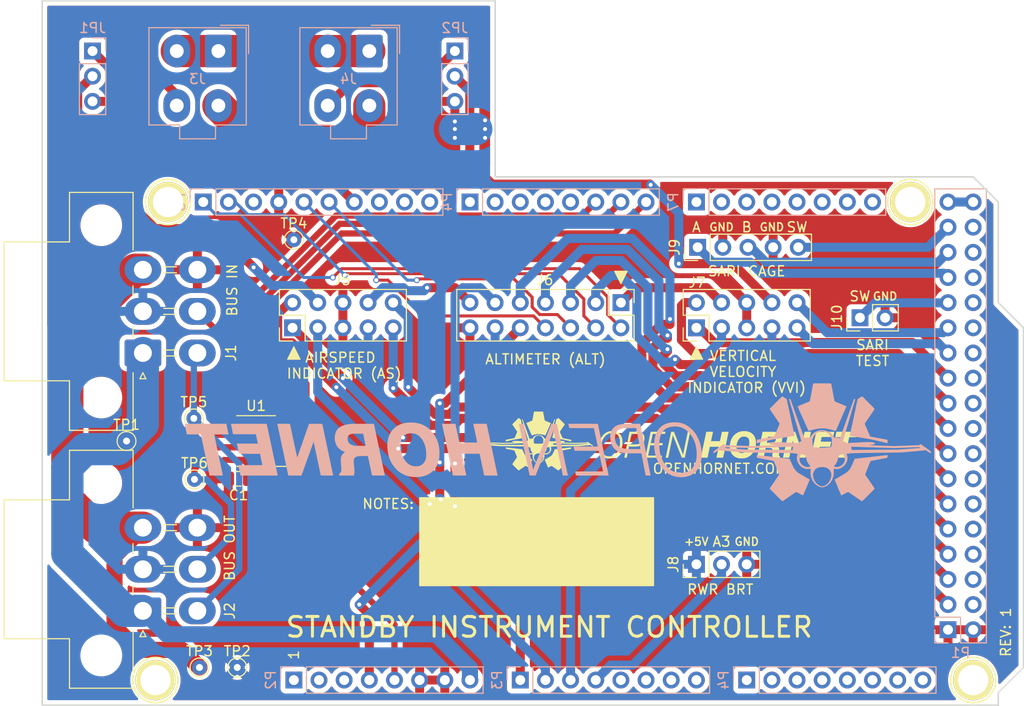
<source format=kicad_pcb>
(kicad_pcb (version 20211014) (generator pcbnew)
  (title_block (date "mar. 31 mars 2015"))
  (layers (0 "F.Cu" signal) (31 "B.Cu" signal) (34 "B.Paste" user) (35 "F.Paste" user) (36 "B.SilkS" user "B.Silkscreen") (37 "F.SilkS" user "F.Silkscreen") (38 "B.Mask" user) (39 "F.Mask" user) (44 "Edge.Cuts" user))
  (net 0 "")
  (net 1 "GND")
  (net 2 "+5V")
  (net 3 "+3V3")
  (net 4 "+5VD")
  (net 5 "/+12V_SUPPLY")
  (net 6 "/+5V_SUPPLY")
  (net 7 "/+3.3V_SUPPLY")
  (net 8 "/52(SCK)")
  (net 9 "/53(SS)")
  (net 10 "/50(MISO)")
  (net 11 "/51(MOSI)")
  (net 12 "/48")
  (net 13 "/49")
  (net 14 "/46")
  (net 15 "/47")
  (net 16 "/44")
  (net 17 "/45")
  (net 18 "/42")
  (net 19 "/43")
  (net 20 "/40")
  (net 21 "/41")
  (net 22 "/38")
  (net 23 "/39")
  (net 24 "/36")
  (net 25 "/37")
  (net 26 "/34")
  (net 27 "/35")
  (net 28 "/32")
  (net 29 "/33")
  (net 30 "/30")
  (net 31 "/31")
  (net 32 "/28")
  (net 33 "/29")
  (net 34 "/26")
  (net 35 "/27")
  (net 36 "/24")
  (net 37 "/25")
  (net 38 "/22")
  (net 39 "/23")
  (net 40 "/Reset")
  (net 41 "/IOREF")
  (net 42 "Net-(P2-Pad1)")
  (net 43 "/A0")
  (net 44 "/A1")
  (net 45 "/A2")
  (net 46 "/A3")
  (net 47 "/A4")
  (net 48 "/A5")
  (net 49 "/A6")
  (net 50 "/A7")
  (net 51 "/A8")
  (net 52 "/A9")
  (net 53 "/A10")
  (net 54 "/A11")
  (net 55 "/A12")
  (net 56 "/A13")
  (net 57 "/A14")
  (net 58 "/A15")
  (net 59 "/SCL")
  (net 60 "/SDA")
  (net 61 "/AREF")
  (net 62 "/13(**)")
  (net 63 "/12(**)")
  (net 64 "/11(**)")
  (net 65 "/10(**)")
  (net 66 "/9(**)")
  (net 67 "/8(**)")
  (net 68 "/7(**)")
  (net 69 "/6(**)")
  (net 70 "/5(**)")
  (net 71 "/4(**)")
  (net 72 "/3(**)")
  (net 73 "/2(**)")
  (net 74 "/1(Tx0)")
  (net 75 "/0(Rx0)")
  (net 76 "/14(Tx3)")
  (net 77 "/15(Rx3)")
  (net 78 "/16(Tx2)")
  (net 79 "/17(Rx2)")
  (net 80 "/18(Tx1)")
  (net 81 "/19(Rx1)")
  (net 82 "/20(SDA)")
  (net 83 "/21(SCL)")
  (net 84 "/BUS-A")
  (net 85 "/BUS-B")
  (net 86 "/LED_DOUT1")
  (net 87 "/LED_DIN")
  (net 88 "/LED_DOUT2")
  (net 89 "/LED_DOUT")
  (net 90 "/DATAIN")
  (net 91 "/DATAOUT")
  (net 92 "/LEDGND")
  (net 93 "/LED+5V")
  (footprint "Socket_Arduino_Mega:Arduino_1pin" (layer "F.Cu") (at 117.348 119.126)
    (fp_text reference "MK1" hide)
    (fp_text value "MH" hide)
  )
  (footprint "Socket_Arduino_Mega:Arduino_1pin" (layer "F.Cu") (at 199.898 119.126)
    (fp_text reference "MK3" hide)
    (fp_text value "MH" hide)
  )
  (footprint "Socket_Arduino_Mega:Arduino_1pin" (layer "F.Cu") (at 118.618 70.866)
    (fp_text reference "MK4" hide)
    (fp_text value "MH" hide)
  )
  (footprint "Socket_Arduino_Mega:Arduino_1pin" (layer "F.Cu") (at 193.548 70.866)
    (fp_text reference "MK4" hide)
    (fp_text value "MH" hide)
  )
  (footprint "OH_Footprints:C_0805_2012Metric_Pad1.18x1.45mm_HandSolder" (layer "F.Cu") (at 125.73 98.806 180)
    (fp_text reference "C1")
    (fp_text value "0.1uF")
  )
  (footprint "OH_Footprints:Molex_Mini-Fit_Jr_5569-06A1_2x03_P4.20mm_Horizontal" (layer "F.Cu") (at 116.078 86.106 90)
    (fp_text reference "J1")
    (fp_text value "BUS IN")
  )
  (footprint "OH_Footprints:Molex_Mini-Fit_Jr_5569-06A1_2x03_P4.20mm_Horizontal" (layer "F.Cu") (at 116.078 112.141 90)
    (fp_text reference "J2")
    (fp_text value "BUS OUT")
  )
  (footprint "TestPoint:TestPoint_THTPad_D1.5mm_Drill0.7mm" (layer "F.Cu") (at 125.603 117.856)
    (fp_text reference "TP2")
    (fp_text value "TP-5V")
  )
  (footprint "TestPoint:TestPoint_THTPad_D1.5mm_Drill0.7mm" (layer "F.Cu") (at 121.793 117.856)
    (fp_text reference "TP3")
    (fp_text value "TP-3.3V")
  )
  (footprint "TestPoint:TestPoint_THTPad_D1.5mm_Drill0.7mm" (layer "F.Cu") (at 131.318 74.676)
    (fp_text reference "TP4")
    (fp_text value "TP-GND")
  )
  (footprint "TestPoint:TestPoint_THTPad_D1.5mm_Drill0.7mm" (layer "F.Cu") (at 121.2215 92.71)
    (fp_text reference "TP5")
    (fp_text value "TP-A")
  )
  (footprint "TestPoint:TestPoint_THTPad_D1.5mm_Drill0.7mm" (layer "F.Cu") (at 121.285 98.8695)
    (fp_text reference "TP6")
    (fp_text value "TP-B")
  )
  (footprint "Package_SO:SOIC-8_3.9x4.9mm_P1.27mm" (layer "F.Cu") (at 127.508 94.996 180)
    (fp_text reference "U1")
    (fp_text value "MAX487EESA+T")
  )
  (footprint "TestPoint:TestPoint_THTPad_D1.5mm_Drill0.7mm" (layer "F.Cu") (at 114.427 94.996)
    (fp_text reference "TP1")
    (fp_text value "TP-12")
  )
  (footprint "KiCAD_Libraries:OH_LOGO_37.7mm_5.9mm" (layer "F.Cu") (at 169.3545 94.996)
    (fp_text reference "G***" hide)
    (fp_text value "LOGO" hide)
  )
  (footprint "Connector_PinHeader_2.54mm:PinHeader_2x05_P2.54mm_Vertical" (layer "F.Cu") (at 131.191 83.566 90)
    (fp_text reference "J5")
    (fp_text value "AIRSPEED")
  )
  (footprint "Connector_PinHeader_2.54mm:PinHeader_2x07_P2.54mm_Vertical" (layer "F.Cu") (at 164.338 81.026 -90)
    (fp_text reference "J6")
    (fp_text value "ALTIMETER")
  )
  (footprint "Connector_PinHeader_2.54mm:PinHeader_2x05_P2.54mm_Vertical" (layer "F.Cu") (at 171.958 83.566 90)
    (fp_text reference "J7")
    (fp_text value "VVI")
  )
  (footprint "Connector_PinHeader_2.54mm:PinHeader_1x03_P2.54mm_Vertical" (layer "F.Cu") (at 171.958 107.442 90)
    (fp_text reference "J8")
    (fp_text value "RWR_BRT")
  )
  (footprint "Connector_PinHeader_2.54mm:PinHeader_1x05_P2.54mm_Vertical" (layer "F.Cu") (at 172.085 75.438 90)
    (fp_text reference "J9")
    (fp_text value "SARI_CAGE")
  )
  (footprint "Connector_PinHeader_2.54mm:PinHeader_1x02_P2.54mm_Vertical" (layer "F.Cu") (at 188.468 82.55 90)
    (fp_text reference "J10")
    (fp_text value "SARI_TEST")
  )
  (footprint "Connector_PinHeader_2.54mm:PinHeader_2x18_P2.54mm_Vertical" (layer "B.Cu") (at 197.358 114.046)
    (fp_text reference "P1")
    (fp_text value "Digital")
  )
  (footprint "Connector_PinHeader_2.54mm:PinHeader_1x08_P2.54mm_Vertical" (layer "B.Cu") (at 131.318 119.126 -90)
    (fp_text reference "P2")
    (fp_text value "Power")
  )
  (footprint "Connector_PinHeader_2.54mm:PinHeader_1x08_P2.54mm_Vertical" (layer "B.Cu") (at 154.178 119.126 -90)
    (fp_text reference "P3")
    (fp_text value "Analog")
  )
  (footprint "Connector_PinHeader_2.54mm:PinHeader_1x08_P2.54mm_Vertical" (layer "B.Cu") (at 177.038 119.126 -90)
    (fp_text reference "P4")
    (fp_text value "Analog")
  )
  (footprint "Connector_PinHeader_2.54mm:PinHeader_1x10_P2.54mm_Vertical" (layer "B.Cu") (at 122.174 70.866 -90)
    (fp_text reference "P5")
    (fp_text value "PWM")
  )
  (footprint "Connector_PinHeader_2.54mm:PinHeader_1x08_P2.54mm_Vertical" (layer "B.Cu") (at 149.098 70.866 -90)
    (fp_text reference "P4")
    (fp_text value "PWM")
  )
  (footprint "Connector_PinHeader_2.54mm:PinHeader_1x08_P2.54mm_Vertical" (layer "B.Cu") (at 171.958 70.866 -90)
    (fp_text reference "P7")
    (fp_text value "Communication")
  )
  (footprint "KiCAD_Libraries:OH_LOGO_75.4mm_11.9mm" (layer "B.Cu") (at 157.988 95.123 180)
    (fp_text reference "G***" hide)
    (fp_text value "LOGO" hide)
  )
  (footprint "OH_Footprints:Molex_Mini-Fit_Jr_5566-04A_2x02_P4.20mm_Vertical" (layer "B.Cu") (at 123.698 55.626 180)
    (fp_text reference "J3")
    (fp_text value "BL IN")
  )
  (footprint "OH_Footprints:Molex_Mini-Fit_Jr_5566-04A_2x02_P4.20mm_Vertical" (layer "B.Cu") (at 138.938 55.626 180)
    (fp_text reference "J4")
    (fp_text value "BL OUT")
  )
  (footprint "Connector_PinHeader_2.54mm:PinHeader_1x03_P2.54mm_Vertical" (layer "B.Cu") (at 110.998 55.626 180)
    (fp_text reference "JP1")
    (fp_text value "BL_DIN_SEL")
  )
  (footprint "Connector_PinHeader_2.54mm:PinHeader_1x03_P2.54mm_Vertical" (layer "B.Cu") (at 147.574 55.626 180)
    (fp_text reference "JP2")
    (fp_text value "BL_DOUT_SEL")
  )
  (gr_poly (pts (xy 131.953 86.741) (xy 130.683 86.741) (xy 131.318 85.471)) (layer "F.SilkS") (width 0.1) (fill solid))
  (gr_poly (pts (xy 172.593 86.741) (xy 171.323 86.741) (xy 171.958 85.471)) (layer "F.SilkS") (width 0.1) (fill solid))
  (gr_poly (pts (xy 164.338 79.121) (xy 163.703 77.851) (xy 164.973 77.851)) (layer "F.SilkS") (width 0.1) (fill solid))
  (gr_poly (pts (xy 144.018 100.711) (xy 167.64 100.711) (xy 167.64 109.601) (xy 144.018 109.601)) (layer "F.SilkS") (width 0.1) (fill solid))
  (gr_line (start 105.918 121.666) (end 202.438 121.666) (layer "Edge.Cuts") (width 0.15))
  (gr_line (start 105.918 50.546) (end 105.918 68.326) (layer "Edge.Cuts") (width 0.15))
  (gr_line (start 202.438 81.026) (end 204.978 83.566) (layer "Edge.Cuts") (width 0.15))
  (gr_line (start 151.638 68.326) (end 151.638 50.546) (layer "Edge.Cuts") (width 0.15))
  (gr_line (start 151.638 50.546) (end 105.918 50.546) (layer "Edge.Cuts") (width 0.15))
  (gr_line (start 204.978 117.856) (end 202.438 120.396) (layer "Edge.Cuts") (width 0.15))
  (gr_line (start 199.898 68.326) (end 151.638 68.326) (layer "Edge.Cuts") (width 0.15))
  (gr_line (start 199.898 68.326) (end 202.438 70.866) (layer "Edge.Cuts") (width 0.15))
  (gr_line (start 105.918 121.666) (end 105.918 68.326) (layer "Edge.Cuts") (width 0.15))
  (gr_line (start 202.438 120.396) (end 202.438 121.666) (layer "Edge.Cuts") (width 0.15))
  (gr_line (start 202.438 70.866) (end 202.438 81.026) (layer "Edge.Cuts") (width 0.15))
  (gr_line (start 204.978 83.566) (end 204.978 117.856) (layer "Edge.Cuts") (width 0.15))
  (gr_text "GND" (at 179.578 73.406) (layer "F.SilkS") (effects (font (size 0.8 0.8))))
  (gr_text "SW" (at 182.118 73.406) (layer "F.SilkS") (effects (font (size 1 1))))
  (gr_text "ALTIMETER (ALT)" (at 156.718 86.741) (layer "F.SilkS") (effects (font (size 1 1))))
  (gr_text "AIRSPEED \nINDICATOR (AS)" (at 136.398 87.376) (layer "F.SilkS") (effects (font (size 1 1))))
  (gr_text "GND" (at 191.008 80.391) (layer "F.SilkS") (effects (font (size 0.8 0.8))))
  (gr_text "NOTES:" (at 140.843 101.346) (layer "F.SilkS") (effects (font (size 1 1))))
  (gr_text "B" (at 177.038 73.406) (layer "F.SilkS") (effects (font (size 1 1))))
  (gr_text "A" (at 171.958 73.406) (layer "F.SilkS") (effects (font (size 1 1))))
  (gr_text "A3" (at 174.498 105.156) (layer "F.SilkS") (effects (font (size 1 1))))
  (gr_text "STANDBY INSTRUMENT CONTROLLER" (at 157.099 113.792) (layer "F.SilkS") (effects (font (size 2 2) (thickness 0.3))))
  (gr_text "RWR BRT" (at 174.371 109.982) (layer "F.SilkS") (effects (font (size 1 1))))
  (gr_text "SARI CAGE" (at 177.038 77.851) (layer "F.SilkS") (effects (font (size 1 1))))
  (gr_text "REV: 1" (at 203.2 114.3 90) (layer "F.SilkS") (effects (font (size 1 1))))
  (gr_text "+5V" (at 171.958 105.156) (layer "F.SilkS") (effects (font (size 0.8 0.8))))
  (gr_text "GND" (at 177.038 105.156) (layer "F.SilkS") (effects (font (size 0.8 0.8))))
  (gr_text "1" (at 131.318 116.586 90) (layer "F.SilkS") (effects (font (size 1 1))))
  (gr_text "VERTICAL \nVELOCITY \nINDICATOR (VVI)" (at 177.038 88.011) (layer "F.SilkS") (effects (font (size 1 1))))
  (gr_text "OPENHORNET.COM" (at 174.3075 97.79) (layer "F.SilkS") (effects (font (size 1 1))))
  (gr_text "SARI\nTEST" (at 189.738 86.106) (layer "F.SilkS") (effects (font (size 1 1))))
  (gr_text "GND" (at 174.498 73.406) (layer "F.SilkS") (effects (font (size 0.8 0.8))))
  (gr_text "SW" (at 188.468 80.391) (layer "F.SilkS") (effects (font (size 1 1))))
  (segment (start 177.038 81.026) (end 175.514 79.502) (width 0.9144) (layer "F.Cu") (net 1))
  (via (at 147.574 64.389) (size 0.6) (drill 0.4) (layers "F.Cu" "B.Cu") (net 1))
  (via (at 150.622 64.389) (size 0.6) (drill 0.4) (layers "F.Cu" "B.Cu") (net 1))
  (via (at 150.622 63.5) (size 0.6) (drill 0.4) (layers "F.Cu" "B.Cu") (net 1))
  (via (at 147.574 63.5) (size 0.6) (drill 0.4) (layers "F.Cu" "B.Cu") (net 1))
  (via (at 147.574 62.738) (size 0.6) (drill 0.4) (layers "F.Cu" "B.Cu") (net 1))
  (via (at 150.622 62.611) (size 0.6) (drill 0.4) (layers "F.Cu" "B.Cu") (net 1))
  (segment (start 147.574 63.5) (end 149.73739 63.5) (width 3.2512) (layer "B.Cu") (net 1))
  (segment (start 141.478 113.529) (end 126.755 98.806) (width 0.635) (layer "F.Cu") (net 2))
  (segment (start 141.478 119.126) (end 141.478 113.529) (width 0.635) (layer "F.Cu") (net 2))
  (segment (start 126.755 98.806) (end 126.755 97.418) (width 0.635) (layer "F.Cu") (net 2))
  (segment (start 126.238 96.901) (end 125.033 96.901) (width 0.635) (layer "F.Cu") (net 2))
  (segment (start 126.755 97.418) (end 126.238 96.901) (width 0.635) (layer "F.Cu") (net 2))
  (segment (start 138.938 119.126) (end 138.938 112.522) (width 0.9144) (layer "F.Cu") (net 3))
  (segment (start 138.938 112.522) (end 137.922 111.506) (width 0.9144) (layer "F.Cu") (net 3))
  (segment (start 146.05 91.186) (end 146.558 91.186) (width 0.9144) (layer "F.Cu") (net 3))
  (segment (start 146.05 100.785988) (end 146.05 97.155) (width 0.9144) (layer "F.Cu") (net 3))
  (segment (start 146.558 91.186) (end 154.178 83.566) (width 0.9144) (layer "F.Cu") (net 3))
  (via (at 146.148408 100.884396) (size 0.6) (drill 0.4) (layers "F.Cu" "B.Cu") (net 3))
  (via (at 146.05 97.155) (size 0.6) (drill 0.4) (layers "F.Cu" "B.Cu") (net 3))
  (via (at 146.05 91.186) (size 0.6) (drill 0.4) (layers "F.Cu" "B.Cu") (net 3))
  (via (at 137.922 111.506) (size 0.6) (drill 0.4) (layers "F.Cu" "B.Cu") (net 3))
  (segment (start 146.05 97.155) (end 146.05 91.186) (width 0.9144) (layer "B.Cu") (net 3))
  (segment (start 146.148408 100.884396) (end 146.05 100.785988) (width 0.9144) (layer "B.Cu") (net 3))
  (segment (start 146.148408 103.279592) (end 146.148408 100.884396) (width 0.9144) (layer "B.Cu") (net 3))
  (segment (start 146.148408 100.884396) (end 146.148408 100.884396) (width 0.9144) (layer "B.Cu") (net 3))
  (segment (start 137.922 111.506) (end 146.148408 103.279592) (width 0.9144) (layer "B.Cu") (net 3))
  (segment (start 197.358 70.866) (end 199.898 70.866) (width 0.9144) (layer "B.Cu") (net 4))
  (segment (start 116.078 93.259688) (end 113.522289 95.815399) (width 3.2512) (layer "B.Cu") (net 5))
  (segment (start 145.677891 114.50381) (end 149.098 117.923919) (width 1.6256) (layer "B.Cu") (net 5))
  (segment (start 108.452399 97.596711) (end 108.452399 106.365399) (width 3.2512) (layer "B.Cu") (net 5))
  (segment (start 110.233711 95.815399) (end 108.452399 97.596711) (width 3.2512) (layer "B.Cu") (net 5))
  (segment (start 116.078 86.106) (end 116.078 93.259688) (width 3.2512) (layer "B.Cu") (net 5))
  (segment (start 113.522289 95.815399) (end 110.233711 95.815399) (width 3.2512) (layer "B.Cu") (net 5))
  (segment (start 114.228 112.141) (end 116.078 112.141) (width 3.2512) (layer "B.Cu") (net 5))
  (segment (start 118.44081 114.50381) (end 145.677891 114.50381) (width 1.6256) (layer "B.Cu") (net 5))
  (segment (start 108.452399 106.365399) (end 114.228 112.141) (width 3.2512) (layer "B.Cu") (net 5))
  (segment (start 149.098 117.923919) (end 149.098 119.126) (width 1.6256) (layer "B.Cu") (net 5))
  (segment (start 116.078 112.141) (end 118.44081 114.50381) (width 1.6256) (layer "B.Cu") (net 5))
  (segment (start 116.078 103.741) (end 113.21519 106.60381) (width 1.6256) (layer "F.Cu") (net 7))
  (segment (start 116.078 77.706) (end 115.28701 77.706) (width 3.2512) (layer "F.Cu") (net 7))
  (segment (start 108.452399 84.540611) (end 108.452399 100.885289) (width 3.2512) (layer "F.Cu") (net 7))
  (segment (start 111.30811 103.741) (end 116.078 103.741) (width 3.2512) (layer "F.Cu") (net 7))
  (segment (start 115.28701 77.706) (end 108.452399 84.540611) (width 3.2512) (layer "F.Cu") (net 7))
  (segment (start 113.21519 106.60381) (end 113.21519 113.764072) (width 1.6256) (layer "F.Cu") (net 7))
  (segment (start 108.452399 100.885289) (end 111.30811 103.741) (width 3.2512) (layer "F.Cu") (net 7))
  (segment (start 120.018199 116.081199) (end 121.793 117.856) (width 1.6256) (layer "F.Cu") (net 7))
  (segment (start 113.21519 113.764072) (end 115.532317 116.081199) (width 1.6256) (layer "F.Cu") (net 7))
  (segment (start 115.532317 116.081199) (end 120.018199 116.081199) (width 1.6256) (layer "F.Cu") (net 7))
  (segment (start 141.859 95.758) (end 182.626 95.758) (width 0.9144) (layer "F.Cu") (net 8))
  (segment (start 131.191 81.026) (end 130.848038 81.026) (width 0.9144) (layer "F.Cu") (net 8))
  (segment (start 129.683799 84.941761) (end 129.815239 85.073201) (width 0.9144) (layer "F.Cu") (net 8))
  (segment (start 182.626 95.758) (end 182.626 96.774) (width 0.9144) (layer "F.Cu") (net 8))
  (segment (start 182.626 96.774) (end 197.358 111.506) (width 0.9144) (layer "F.Cu") (net 8))
  (segment (start 141.806985 95.757997) (end 141.858997 95.757997) (width 0.9144) (layer "F.Cu") (net 8))
  (segment (start 129.683799 82.190239) (end 129.683799 84.941761) (width 0.9144) (layer "F.Cu") (net 8))
  (segment (start 141.858997 95.757997) (end 141.859 95.758) (width 0.9144) (layer "F.Cu") (net 8))
  (segment (start 130.848038 81.026) (end 129.683799 82.190239) (width 0.9144) (layer "F.Cu") (net 8))
  (segment (start 131.122189 85.073201) (end 135.609994 89.561006) (width 0.9144) (layer "F.Cu") (net 8))
  (segment (start 141.859 95.758) (end 141.859 95.758) (width 0.9144) (layer "F.Cu") (net 8))
  (segment (start 129.815239 85.073201) (end 131.122189 85.073201) (width 0.9144) (layer "F.Cu") (net 8))
  (via (at 141.859 95.758) (size 0.6) (drill 0.4) (layers "F.Cu" "B.Cu") (net 8))
  (via (at 135.609994 89.561006) (size 0.6) (drill 0.4) (layers "F.Cu" "B.Cu") (net 8))
  (segment (start 135.609994 89.561006) (end 141.806985 95.757997) (width 0.9144) (layer "B.Cu") (net 8))
  (segment (start 142.338411 94.643589) (end 183.087604 94.643589) (width 0.9144) (layer "F.Cu") (net 10))
  (segment (start 183.087604 94.643589) (end 197.358 108.913985) (width 0.9144) (layer "F.Cu") (net 10))
  (segment (start 142.268589 94.643589) (end 142.338411 94.643589) (width 0.9144) (layer "F.Cu") (net 10))
  (segment (start 197.358 108.913985) (end 197.358 108.966) (width 0.9144) (layer "F.Cu") (net 10))
  (segment (start 131.191 83.566) (end 136.271 88.646) (width 0.9144) (layer "F.Cu") (net 10))
  (via (at 142.338411 94.643589) (size 0.6) (drill 0.4) (layers "F.Cu" "B.Cu") (net 10))
  (via (at 136.271 88.646) (size 0.6) (drill 0.4) (layers "F.Cu" "B.Cu") (net 10))
  (segment (start 136.271 88.646) (end 142.268589 94.643589) (width 0.9144) (layer "B.Cu") (net 10))
  (segment (start 141.351 89.662) (end 145.10382 93.41482) (width 0.9144) (layer "F.Cu") (net 12))
  (segment (start 167.887936 92.71) (end 168.05201 92.874074) (width 0.9144) (layer "F.Cu") (net 12))
  (segment (start 183.806074 92.874074) (end 197.358 106.426) (width 0.9144) (layer "F.Cu") (net 12))
  (segment (start 148.186026 92.71) (end 167.887936 92.71) (width 0.9144) (layer "F.Cu") (net 12))
  (segment (start 147.481206 93.41482) (end 148.186026 92.71) (width 0.9144) (layer "F.Cu") (net 12))
  (segment (start 141.351 89.662) (end 141.351 89.662) (width 0.9144) (layer "F.Cu") (net 12))
  (segment (start 168.05201 92.874074) (end 183.806074 92.874074) (width 0.9144) (layer "F.Cu") (net 12))
  (segment (start 145.10382 93.41482) (end 147.481206 93.41482) (width 0.9144) (layer "F.Cu") (net 12))
  (via (at 141.351 89.662) (size 0.6) (drill 0.4) (layers "F.Cu" "B.Cu") (net 12))
  (segment (start 141.351 83.566) (end 141.351 89.662) (width 0.9144) (layer "B.Cu") (net 12))
  (segment (start 142.858201 89.551799) (end 142.858201 89.570214) (width 0.9144) (layer "F.Cu") (net 14))
  (segment (start 168.320949 91.567) (end 168.51361 91.759661) (width 0.9144) (layer "F.Cu") (net 14))
  (segment (start 147.753012 91.567) (end 168.320949 91.567) (width 0.9144) (layer "F.Cu") (net 14))
  (segment (start 145.588397 92.30041) (end 147.019603 92.30041) (width 0.9144) (layer "F.Cu") (net 14))
  (segment (start 142.858201 89.570214) (end 145.588397 92.30041) (width 0.9144) (layer "F.Cu") (net 14))
  (segment (start 171.004922 91.759664) (end 185.231664 91.759664) (width 0.9144) (layer "F.Cu") (net 14))
  (segment (start 185.231664 91.759664) (end 197.358 103.886) (width 0.9144) (layer "F.Cu") (net 14))
  (segment (start 168.51361 91.759661) (end 171.004919 91.759661) (width 0.9144) (layer "F.Cu") (net 14))
  (segment (start 147.019603 92.30041) (end 147.753012 91.567) (width 0.9144) (layer "F.Cu") (net 14))
  (segment (start 171.004919 91.759661) (end 171.004922 91.759664) (width 0.9144) (layer "F.Cu") (net 14))
  (via (at 142.858201 89.551799) (size 0.6) (drill 0.4) (layers "F.Cu" "B.Cu") (net 14))
  (segment (start 141.351 81.026) (end 142.858201 82.533201) (width 0.9144) (layer "B.Cu") (net 14))
  (segment (start 142.858201 82.533201) (end 142.858201 89.551799) (width 0.9144) (layer "B.Cu") (net 14))
  (segment (start 187.071 91.059) (end 197.358 101.346) (width 0.9144) (layer "F.Cu") (net 16))
  (segment (start 168.396384 83.21359) (end 166.455772 85.154202) (width 0.9144) (layer "F.Cu") (net 16))
  (segment (start 171.466525 90.645254) (end 186.657254 90.645254) (width 0.9144) (layer "F.Cu") (net 16))
  (segment (start 166.455772 88.12581) (end 168.975213 90.645251) (width 0.9144) (layer "F.Cu") (net 16))
  (segment (start 168.975213 90.645251) (end 171.466522 90.645251) (width 0.9144) (layer "F.Cu") (net 16))
  (segment (start 169.291 82.677) (end 169.291 83.21359) (width 0.9144) (layer "F.Cu") (net 16))
  (segment (start 169.291 83.21359) (end 168.396384 83.21359) (width 0.9144) (layer "F.Cu") (net 16))
  (segment (start 186.657254 90.645254) (end 187.071 91.059) (width 0.9144) (layer "F.Cu") (net 16))
  (segment (start 171.466522 90.645251) (end 171.466525 90.645254) (width 0.9144) (layer "F.Cu") (net 16))
  (segment (start 166.455772 85.154202) (end 166.455772 88.12581) (width 0.9144) (layer "F.Cu") (net 16))
  (via (at 169.291 82.677) (size 0.6) (drill 0.4) (layers "F.Cu" "B.Cu") (net 16))
  (segment (start 165.460983 74.537977) (end 169.291 78.367994) (width 0.9144) (layer "B.Cu") (net 16))
  (segment (start 169.291 78.367994) (end 169.291 82.677) (width 0.9144) (layer "B.Cu") (net 16))
  (segment (start 154.178 81.026) (end 154.178 79.326002) (width 0.9144) (layer "B.Cu") (net 16))
  (segment (start 158.966025 74.537977) (end 165.460983 74.537977) (width 0.9144) (layer "B.Cu") (net 16))
  (segment (start 154.178 79.326002) (end 158.966025 74.537977) (width 0.9144) (layer "B.Cu") (net 16))
  (segment (start 188.05841 89.50641) (end 197.358 98.806) (width 0.9144) (layer "F.Cu") (net 18))
  (segment (start 169.037 84.61059) (end 168.575397 84.61059) (width 0.9144) (layer "F.Cu") (net 18))
  (segment (start 169.436816 89.530841) (end 171.047034 89.530841) (width 0.9144) (layer "F.Cu") (net 18))
  (segment (start 171.903694 89.50641) (end 171.928128 89.530844) (width 0.9144) (layer "F.Cu") (net 18))
  (segment (start 171.928128 89.530844) (end 184.687872 89.530844) (width 0.9144) (layer "F.Cu") (net 18))
  (segment (start 184.712306 89.50641) (end 188.05841 89.50641) (width 0.9144) (layer "F.Cu") (net 18))
  (segment (start 184.687872 89.530844) (end 184.712306 89.50641) (width 0.9144) (layer "F.Cu") (net 18))
  (segment (start 167.570182 87.664207) (end 169.436816 89.530841) (width 0.9144) (layer "F.Cu") (net 18))
  (segment (start 168.575397 84.61059) (end 167.570182 85.615805) (width 0.9144) (layer "F.Cu") (net 18))
  (segment (start 171.047034 89.530841) (end 171.071465 89.50641) (width 0.9144) (layer "F.Cu") (net 18))
  (segment (start 167.570182 85.615805) (end 167.570182 87.664207) (width 0.9144) (layer "F.Cu") (net 18))
  (segment (start 169.037 84.328) (end 169.037 84.61059) (width 0.9144) (layer "F.Cu") (net 18))
  (segment (start 171.071465 89.50641) (end 171.903694 89.50641) (width 0.9144) (layer "F.Cu") (net 18))
  (via (at 169.037 84.328) (size 0.6) (drill 0.4) (layers "F.Cu" "B.Cu") (net 18))
  (segment (start 164.999379 75.652388) (end 168.176589 78.829598) (width 0.9144) (layer "B.Cu") (net 18))
  (segment (start 156.718 79.326002) (end 160.391614 75.652388) (width 0.9144) (layer "B.Cu") (net 18))
  (segment (start 156.718 81.026) (end 156.718 79.326002) (width 0.9144) (layer "B.Cu") (net 18))
  (segment (start 168.176589 78.829598) (end 168.176589 83.467589) (width 0.9144) (layer "B.Cu") (net 18))
  (segment (start 160.391614 75.652388) (end 164.999379 75.652388) (width 0.9144) (layer "B.Cu") (net 18))
  (segment (start 168.176589 83.467589) (end 169.037 84.328) (width 0.9144) (layer "B.Cu") (net 18))
  (segment (start 172.389731 88.416434) (end 184.226269 88.416434) (width 0.9144) (layer "F.Cu") (net 20))
  (segment (start 170.585431 88.416431) (end 170.609862 88.392) (width 0.9144) (layer "F.Cu") (net 20))
  (segment (start 170.609862 88.392) (end 172.365297 88.392) (width 0.9144) (layer "F.Cu") (net 20))
  (segment (start 169.898419 88.416431) (end 170.585431 88.416431) (width 0.9144) (layer "F.Cu") (net 20))
  (segment (start 172.365297 88.392) (end 172.389731 88.416434) (width 0.9144) (layer "F.Cu") (net 20))
  (segment (start 169.037 85.926988) (end 168.684592 86.279396) (width 0.9144) (layer "F.Cu") (net 20))
  (segment (start 189.484 88.392) (end 197.358 96.266) (width 0.9144) (layer "F.Cu") (net 20))
  (segment (start 184.226269 88.416434) (end 184.250703 88.392) (width 0.9144) (layer "F.Cu") (net 20))
  (segment (start 184.250703 88.392) (end 189.484 88.392) (width 0.9144) (layer "F.Cu") (net 20))
  (segment (start 169.037 85.725) (end 169.037 85.926988) (width 0.9144) (layer "F.Cu") (net 20))
  (segment (start 168.684592 87.202604) (end 169.898419 88.416431) (width 0.9144) (layer "F.Cu") (net 20))
  (segment (start 168.684592 86.279396) (end 168.684592 87.202604) (width 0.9144) (layer "F.Cu") (net 20))
  (via (at 169.037 85.725) (size 0.6) (drill 0.4) (layers "F.Cu" "B.Cu") (net 20))
  (segment (start 159.258 81.026) (end 159.258 79.326002) (width 0.9144) (layer "B.Cu") (net 20))
  (segment (start 167.062178 83.929193) (end 168.857985 85.725) (width 0.9144) (layer "B.Cu") (net 20))
  (segment (start 168.857985 85.725) (end 169.037 85.725) (width 0.9144) (layer "B.Cu") (net 20))
  (segment (start 159.258 79.326002) (end 161.817203 76.766799) (width 0.9144) (layer "B.Cu") (net 20))
  (segment (start 164.344786 76.766799) (end 167.062178 79.484191) (width 0.9144) (layer "B.Cu") (net 20))
  (segment (start 167.062178 79.484191) (end 167.062178 83.929193) (width 0.9144) (layer "B.Cu") (net 20))
  (segment (start 161.817203 76.766799) (end 164.344786 76.766799) (width 0.9144) (layer "B.Cu") (net 20))
  (segment (start 169.799 86.741) (end 170.335589 87.277589) (width 0.9144) (layer "F.Cu") (net 22))
  (segment (start 183.764665 87.302023) (end 183.789099 87.277589) (width 0.9144) (layer "F.Cu") (net 22))
  (segment (start 183.789099 87.277589) (end 190.909589 87.277589) (width 0.9144) (layer "F.Cu") (net 22))
  (segment (start 172.851335 87.302023) (end 183.764665 87.302023) (width 0.9144) (layer "F.Cu") (net 22))
  (segment (start 190.909589 87.277589) (end 197.358 93.726) (width 0.9144) (layer "F.Cu") (net 22))
  (segment (start 172.826901 87.277589) (end 172.851335 87.302023) (width 0.9144) (layer "F.Cu") (net 22))
  (segment (start 170.335589 87.277589) (end 172.826901 87.277589) (width 0.9144) (layer "F.Cu") (net 22))
  (via (at 169.799 86.741) (size 0.6) (drill 0.4) (layers "F.Cu" "B.Cu") (net 22))
  (segment (start 163.33112 78.290799) (end 164.292771 78.290799) (width 0.9144) (layer "B.Cu") (net 22))
  (segment (start 169.499001 87.040999) (end 169.799 86.741) (width 0.9144) (layer "B.Cu") (net 22))
  (segment (start 168.597969 87.040999) (end 169.499001 87.040999) (width 0.9144) (layer "B.Cu") (net 22))
  (segment (start 165.947767 79.945795) (end 165.947767 84.390797) (width 0.9144) (layer "B.Cu") (net 22))
  (segment (start 165.947767 84.390797) (end 168.597969 87.040999) (width 0.9144) (layer "B.Cu") (net 22))
  (segment (start 164.292771 78.290799) (end 165.947767 79.945795) (width 0.9144) (layer "B.Cu") (net 22))
  (segment (start 161.798 81.026) (end 161.798 79.823919) (width 0.9144) (layer "B.Cu") (net 22))
  (segment (start 161.798 79.823919) (end 163.33112 78.290799) (width 0.9144) (layer "B.Cu") (net 22))
  (segment (start 171.958 81.026) (end 170.755919 81.026) (width 0.9144) (layer "F.Cu") (net 24))
  (segment (start 183.327495 86.163178) (end 192.335178 86.163178) (width 0.9144) (layer "F.Cu") (net 24))
  (segment (start 170.755919 81.026) (end 170.450799 81.33112) (width 0.9144) (layer "F.Cu") (net 24))
  (segment (start 173.312939 86.187612) (end 183.303061 86.187612) (width 0.9144) (layer "F.Cu") (net 24))
  (segment (start 171.813192 86.163178) (end 173.288505 86.163178) (width 0.9144) (layer "F.Cu") (net 24))
  (segment (start 192.335178 86.163178) (end 197.358 91.186) (width 0.9144) (layer "F.Cu") (net 24))
  (segment (start 170.450799 84.800785) (end 171.813192 86.163178) (width 0.9144) (layer "F.Cu") (net 24))
  (segment (start 173.288505 86.163178) (end 173.312939 86.187612) (width 0.9144) (layer "F.Cu") (net 24))
  (segment (start 170.450799 81.33112) (end 170.450799 84.800785) (width 0.9144) (layer "F.Cu") (net 24))
  (segment (start 183.303061 86.187612) (end 183.327495 86.163178) (width 0.9144) (layer "F.Cu") (net 24))
  (segment (start 182.841457 85.073201) (end 182.865891 85.048767) (width 0.9144) (layer "F.Cu") (net 26))
  (segment (start 171.958 83.566) (end 172.267342 83.566) (width 0.9144) (layer "F.Cu") (net 26))
  (segment (start 182.865891 85.048767) (end 193.760767 85.048767) (width 0.9144) (layer "F.Cu") (net 26))
  (segment (start 193.760767 85.048767) (end 197.358 88.646) (width 0.9144) (layer "F.Cu") (net 26))
  (segment (start 173.774543 85.073201) (end 182.841457 85.073201) (width 0.9144) (layer "F.Cu") (net 26))
  (segment (start 172.267342 83.566) (end 173.774543 85.073201) (width 0.9144) (layer "F.Cu") (net 26))
  (segment (start 182.118 83.566) (end 183.723612 85.171612) (width 0.9144) (layer "B.Cu") (net 28))
  (segment (start 196.423612 85.171612) (end 197.358 86.106) (width 0.9144) (layer "B.Cu") (net 28))
  (segment (start 183.723612 85.171612) (end 196.423612 85.171612) (width 0.9144) (layer "B.Cu") (net 28))
  (segment (start 196.866799 84.057201) (end 197.358 83.566) (width 0.9144) (layer "B.Cu") (net 30))
  (segment (start 182.118 81.026) (end 185.149201 84.057201) (width 0.9144) (layer "B.Cu") (net 30))
  (segment (start 185.149201 84.057201) (end 196.866799 84.057201) (width 0.9144) (layer "B.Cu") (net 30))
  (segment (start 189.975201 81.042799) (end 197.341201 81.042799) (width 0.9144) (layer "B.Cu") (net 32))
  (segment (start 188.468 82.55) (end 189.975201 81.042799) (width 0.9144) (layer "B.Cu") (net 32))
  (segment (start 197.341201 81.042799) (end 197.358 81.026) (width 0.9144) (layer "B.Cu") (net 32))
  (segment (start 178.519939 78.059612) (end 196.931612 78.059612) (width 0.9144) (layer "B.Cu") (net 34))
  (segment (start 173.592201 76.945201) (end 177.405528 76.945201) (width 0.9144) (layer "B.Cu") (net 34))
  (segment (start 172.085 75.438) (end 173.592201 76.945201) (width 0.9144) (layer "B.Cu") (net 34))
  (segment (start 177.405528 76.945201) (end 178.519939 78.059612) (width 0.9144) (layer "B.Cu") (net 34))
  (segment (start 196.931612 78.059612) (end 197.358 78.486) (width 0.9144) (layer "B.Cu") (net 34))
  (segment (start 196.358799 76.945201) (end 197.358 75.946) (width 0.9144) (layer "B.Cu") (net 36))
  (segment (start 177.165 75.438) (end 177.474341 75.438) (width 0.9144) (layer "B.Cu") (net 36))
  (segment (start 177.474341 75.438) (end 178.981542 76.945201) (width 0.9144) (layer "B.Cu") (net 36))
  (segment (start 178.981542 76.945201) (end 196.358799 76.945201) (width 0.9144) (layer "B.Cu") (net 36))
  (segment (start 182.245 75.438) (end 195.326 75.438) (width 0.9144) (layer "B.Cu") (net 38))
  (segment (start 195.326 75.438) (end 197.358 73.406) (width 0.9144) (layer "B.Cu") (net 38))
  (segment (start 154.178 110.49) (end 154.178 119.126) (width 0.9144) (layer "F.Cu") (net 43))
  (segment (start 145.034 101.346) (end 154.178 110.49) (width 0.9144) (layer "F.Cu") (net 43))
  (via (at 145.034 101.346) (size 0.6) (drill 0.4) (layers "F.Cu" "B.Cu") (net 43))
  (segment (start 133.731 83.566) (end 133.731 90.043) (width 0.9144) (layer "B.Cu") (net 43))
  (segment (start 133.731 90.043) (end 145.034 101.346) (width 0.9144) (layer "B.Cu") (net 43))
  (segment (start 147.590799 97.265201) (end 147.590799 101.583201) (width 0.9144) (layer "F.Cu") (net 44))
  (via (at 147.590799 97.265201) (size 0.6) (drill 0.4) (layers "F.Cu" "B.Cu") (net 44))
  (via (at 147.590799 101.583201) (size 0.6) (drill 0.4) (layers "F.Cu" "B.Cu") (net 44))
  (segment (start 147.590799 101.583201) (end 147.590799 108.796718) (width 0.9144) (layer "B.Cu") (net 44))
  (segment (start 147.590799 80.302543) (end 147.590799 97.265201) (width 0.9144) (layer "B.Cu") (net 44))
  (segment (start 151.638 81.026) (end 150.130799 79.518799) (width 0.9144) (layer "B.Cu") (net 44))
  (segment (start 148.374543 79.518799) (end 147.590799 80.302543) (width 0.9144) (layer "B.Cu") (net 44))
  (segment (start 150.130799 79.518799) (end 148.374543 79.518799) (width 0.9144) (layer "B.Cu") (net 44))
  (segment (start 147.590799 108.796718) (end 156.718 117.923919) (width 0.9144) (layer "B.Cu") (net 44))
  (segment (start 156.718 117.923919) (end 156.718 119.126) (width 0.9144) (layer "B.Cu") (net 44))
  (segment (start 159.258 100.008081) (end 159.258 119.126) (width 0.9144) (layer "B.Cu") (net 45))
  (segment (start 174.498 83.566) (end 174.498 84.768081) (width 0.9144) (layer "B.Cu") (net 45))
  (segment (start 174.498 84.768081) (end 159.258 100.008081) (width 0.9144) (layer "B.Cu") (net 45))
  (segment (start 163.305201 117.618799) (end 161.798 119.126) (width 0.9144) (layer "B.Cu") (net 46))
  (segment (start 174.498 108.644081) (end 165.523282 117.618799) (width 0.9144) (layer "B.Cu") (net 46))
  (segment (start 174.498 107.442) (end 174.498 108.644081) (width 0.9144) (layer "B.Cu") (net 46))
  (segment (start 165.523282 117.618799) (end 163.305201 117.618799) (width 0.9144) (layer "B.Cu") (net 46))
  (segment (start 135.255 78.486) (end 135.255 78.486) (width 0.3048) (layer "F.Cu") (net 59))
  (segment (start 135.261983 78.486) (end 135.255 78.486) (width 0.3048) (layer "F.Cu") (net 59))
  (segment (start 136.150974 77.597009) (end 135.261983 78.486) (width 0.3048) (layer "F.Cu") (net 59))
  (segment (start 160.148563 77.597009) (end 136.150974 77.597009) (width 0.3048) (layer "F.Cu") (net 59))
  (segment (start 163.000401 80.448847) (end 160.148563 77.597009) (width 0.3048) (layer "F.Cu") (net 59))
  (segment (start 164.338 83.566) (end 163.000401 82.228401) (width 0.3048) (layer "F.Cu") (net 59))
  (segment (start 163.000401 82.228401) (end 163.000401 80.448847) (width 0.3048) (layer "F.Cu") (net 59))
  (via (at 135.255 78.486) (size 0.6) (drill 0.4) (layers "F.Cu" "B.Cu") (net 59))
  (segment (start 125.896955 72.068401) (end 123.376401 72.068401) (width 0.3048) (layer "B.Cu") (net 59))
  (segment (start 123.376401 72.068401) (end 122.174 70.866) (width 0.3048) (layer "B.Cu") (net 59))
  (segment (start 132.314554 78.486) (end 125.896955 72.068401) (width 0.3048) (layer "B.Cu") (net 59))
  (segment (start 135.255 78.486) (end 132.314554 78.486) (width 0.3048) (layer "B.Cu") (net 59))
  (segment (start 158.035255 78.101811) (end 136.611726 78.101811) (width 0.3048) (layer "F.Cu") (net 60))
  (segment (start 160.595599 80.662155) (end 158.035255 78.101811) (width 0.3048) (layer "F.Cu") (net 60))
  (segment (start 161.798 83.566) (end 160.595599 82.363599) (width 0.3048) (layer "F.Cu") (net 60))
  (segment (start 136.611726 78.101811) (end 136.464127 78.24941) (width 0.3048) (layer "F.Cu") (net 60))
  (segment (start 160.595599 82.363599) (end 160.595599 80.662155) (width 0.3048) (layer "F.Cu") (net 60))
  (via (at 136.464127 78.24941) (size 0.6) (drill 0.4) (layers "F.Cu" "B.Cu") (net 60))
  (segment (start 130.353906 72.139189) (end 136.464127 78.24941) (width 0.3048) (layer "B.Cu") (net 60))
  (segment (start 124.714 70.866) (end 125.408464 70.866) (width 0.3048) (layer "B.Cu") (net 60))
  (segment (start 126.681653 72.139189) (end 130.353906 72.139189) (width 0.3048) (layer "B.Cu") (net 60))
  (segment (start 125.408464 70.866) (end 126.681653 72.139189) (width 0.3048) (layer "B.Cu") (net 60))
  (segment (start 156.718 83.566) (end 155.515599 82.363599) (width 0.3048) (layer "F.Cu") (net 62))
  (segment (start 144.42991 82.363599) (end 140.820532 78.754221) (width 0.3048) (layer "F.Cu") (net 62))
  (segment (start 155.515599 82.363599) (end 144.42991 82.363599) (width 0.3048) (layer "F.Cu") (net 62))
  (segment (start 140.820532 78.754221) (end 139.634268 78.754221) (width 0.3048) (layer "F.Cu") (net 62))
  (via (at 139.634268 78.754221) (size 0.6) (drill 0.4) (layers "F.Cu" "B.Cu") (net 62))
  (segment (start 139.634268 78.166268) (end 139.634268 78.754221) (width 0.3048) (layer "B.Cu") (net 62))
  (segment (start 132.334 70.866) (end 139.634268 78.166268) (width 0.3048) (layer "B.Cu") (net 62))
  (segment (start 143.855422 78.627221) (end 143.728422 78.754221) (width 0.3048) (layer "F.Cu") (net 63))
  (segment (start 156.140847 82.228401) (end 155.380401 81.467955) (width 0.3048) (layer "F.Cu") (net 63))
  (segment (start 157.920401 82.228401) (end 156.140847 82.228401) (width 0.3048) (layer "F.Cu") (net 63))
  (segment (start 159.258 83.566) (end 157.920401 82.228401) (width 0.3048) (layer "F.Cu") (net 63))
  (segment (start 155.380401 80.478867) (end 153.528755 78.627221) (width 0.3048) (layer "F.Cu") (net 63))
  (segment (start 155.380401 81.467955) (end 155.380401 80.478867) (width 0.3048) (layer "F.Cu") (net 63))
  (segment (start 153.528755 78.627221) (end 143.855422 78.627221) (width 0.3048) (layer "F.Cu") (net 63))
  (via (at 143.728422 78.754221) (size 0.6) (drill 0.4) (layers "F.Cu" "B.Cu") (net 63))
  (segment (start 142.762221 78.754221) (end 143.728422 78.754221) (width 0.3048) (layer "B.Cu") (net 63))
  (segment (start 134.874 70.866) (end 142.762221 78.754221) (width 0.3048) (layer "B.Cu") (net 63))
  (segment (start 112.438018 60.706) (end 119.042018 67.31) (width 0.9144) (layer "F.Cu") (net 64))
  (segment (start 110.998 60.706) (end 112.438018 60.706) (width 0.9144) (layer "F.Cu") (net 64))
  (segment (start 133.858 67.31) (end 137.414 70.866) (width 0.9144) (layer "F.Cu") (net 64))
  (segment (start 119.042018 67.31) (end 133.858 67.31) (width 0.9144) (layer "F.Cu") (net 64))
  (segment (start 131.318 94.361) (end 129.983 94.361) (width 0.635) (layer "F.Cu") (net 73))
  (segment (start 131.318 95.631) (end 131.318 94.361) (width 0.635) (layer "F.Cu") (net 73))
  (segment (start 127.039066 86.037243) (end 127.039066 80.792266) (width 0.635) (layer "F.Cu") (net 73))
  (segment (start 127.039066 80.792266) (end 135.597831 72.233501) (width 0.635) (layer "F.Cu") (net 73))
  (segment (start 129.983 95.631) (end 131.318 95.631) (width 0.635) (layer "F.Cu") (net 73))
  (segment (start 127.742978 86.741154) (end 127.039066 86.037243) (width 0.635) (layer "F.Cu") (net 73))
  (segment (start 127.742978 93.236861) (end 127.742978 86.741154) (width 0.635) (layer "F.Cu") (net 73))
  (segment (start 128.867117 94.361) (end 127.742978 93.236861) (width 0.635) (layer "F.Cu") (net 73))
  (segment (start 160.430499 72.233501) (end 161.798 70.866) (width 0.635) (layer "F.Cu") (net 73))
  (segment (start 135.597831 72.233501) (end 160.430499 72.233501) (width 0.635) (layer "F.Cu") (net 73))
  (segment (start 129.983 94.361) (end 128.867117 94.361) (width 0.635) (layer "F.Cu") (net 73))
  (segment (start 162.135488 73.068512) (end 164.338 70.866) (width 0.635) (layer "F.Cu") (net 74))
  (segment (start 127.874077 81.138138) (end 135.943703 73.068512) (width 0.635) (layer "F.Cu") (net 74))
  (segment (start 153.840512 73.068512) (end 162.135488 73.068512) (width 0.635) (layer "F.Cu") (net 74))
  (segment (start 129.983 93.091) (end 129.983 87.800294) (width 0.635) (layer "F.Cu") (net 74))
  (segment (start 127.874077 85.691371) (end 127.874077 81.138138) (width 0.635) (layer "F.Cu") (net 74))
  (segment (start 135.943703 73.068512) (end 153.840512 73.068512) (width 0.635) (layer "F.Cu") (net 74))
  (segment (start 129.983 87.800294) (end 127.874077 85.691371) (width 0.635) (layer "F.Cu") (net 74))
  (segment (start 153.791375 73.068512) (end 153.840512 73.068512) (width 0.635) (layer "F.Cu") (net 74))
  (segment (start 132.588 89.22441) (end 128.709088 85.345499) (width 0.635) (layer "F.Cu") (net 75))
  (segment (start 128.709088 81.48401) (end 136.152098 74.041) (width 0.635) (layer "F.Cu") (net 75))
  (segment (start 163.703 74.041) (end 166.878 70.866) (width 0.635) (layer "F.Cu") (net 75))
  (segment (start 136.152098 74.041) (end 163.703 74.041) (width 0.635) (layer "F.Cu") (net 75))
  (segment (start 129.983 96.901) (end 131.953 96.901) (width 0.635) (layer "F.Cu") (net 75))
  (segment (start 132.588 96.266) (end 132.588 89.22441) (width 0.635) (layer "F.Cu") (net 75))
  (segment (start 128.709088 85.345499) (end 128.709088 81.48401) (width 0.635) (layer "F.Cu") (net 75))
  (segment (start 131.953 96.901) (end 132.588 96.266) (width 0.635) (layer "F.Cu") (net 75))
  (segment (start 121.2215 92.71) (end 122.8725 94.361) (width 0.635) (layer "F.Cu") (net 84))
  (segment (start 121.2215 86.4625) (end 121.578 86.106) (width 0.635) (layer "F.Cu") (net 84))
  (segment (start 122.8725 94.361) (end 125.033 94.361) (width 0.635) (layer "F.Cu") (net 84))
  (segment (start 125.803011 97.291511) (end 121.2215 92.71) (width 0.635) (layer "B.Cu") (net 84))
  (segment (start 121.2215 86.4625) (end 121.578 86.106) (width 0.635) (layer "B.Cu") (net 84))
  (segment (start 121.578 112.141) (end 125.803011 107.915989) (width 0.635) (layer "B.Cu") (net 84))
  (segment (start 121.2215 92.71) (end 121.2215 86.4625) (width 0.635) (layer "B.Cu") (net 84))
  (segment (start 125.803011 107.915989) (end 125.803011 97.291511) (width 0.635) (layer "B.Cu") (net 84))
  (segment (start 126.52551 90.571159) (end 126.272967 90.318616) (width 0.635) (layer "F.Cu") (net 85))
  (segment (start 126.008 95.631) (end 126.52551 95.11349) (width 0.635) (layer "F.Cu") (net 85))
  (segment (start 121.285 98.8695) (end 121.285 97.80884) (width 0.635) (layer "F.Cu") (net 85))
  (segment (start 123.46284 95.631) (end 125.033 95.631) (width 0.635) (layer "F.Cu") (net 85))
  (segment (start 126.272967 86.600967) (end 121.578 81.906) (width 0.635) (layer "F.Cu") (net 85))
  (segment (start 126.52551 95.11349) (end 126.52551 90.571159) (width 0.635) (layer "F.Cu") (net 85))
  (segment (start 125.033 95.631) (end 126.008 95.631) (width 0.635) (layer "F.Cu") (net 85))
  (segment (start 121.285 97.80884) (end 123.46284 95.631) (width 0.635) (layer "F.Cu") (net 85))
  (segment (start 126.272967 90.318616) (end 126.272967 86.600967) (width 0.635) (layer "F.Cu") (net 85))
  (segment (start 122.4915 98.8695) (end 121.285 98.8695) (width 0.635) (layer "B.Cu") (net 85))
  (segment (start 121.578 107.941) (end 124.968 104.551) (width 0.635) (layer "B.Cu") (net 85))
  (segment (start 124.968 104.551) (end 124.968 101.346) (width 0.635) (layer "B.Cu") (net 85))
  (segment (start 124.968 101.346) (end 122.4915 98.8695) (width 0.635) (layer "B.Cu") (net 85))
  (segment (start 144.763201 79.518799) (end 147.590799 79.518799) (width 0.9144) (layer "F.Cu") (net 86))
  (segment (start 147.590799 79.518799) (end 149.098 81.026) (width 0.9144) (layer "F.Cu") (net 86))
  (via (at 144.763201 79.518799) (size 0.6) (drill 0.4) (layers "F.Cu" "B.Cu") (net 86))
  (segment (start 144.463202 79.818798) (end 144.763201 79.518799) (width 0.9144) (layer "B.Cu") (net 86))
  (segment (start 140.318201 79.518799) (end 142.381837 79.518799) (width 0.9144) (layer "B.Cu") (net 86))
  (segment (start 142.381837 79.518799) (end 142.681836 79.818798) (width 0.9144) (layer "B.Cu") (net 86))
  (segment (start 142.681836 79.818798) (end 144.463202 79.818798) (width 0.9144) (layer "B.Cu") (net 86))
  (segment (start 138.811 81.026) (end 140.318201 79.518799) (width 0.9144) (layer "B.Cu") (net 86))
  (segment (start 110.998 58.166) (end 109.490799 59.673201) (width 0.9144) (layer "F.Cu") (net 87))
  (segment (start 123.339201 73.555201) (end 127.254 77.47) (width 0.9144) (layer "F.Cu") (net 87))
  (segment (start 109.490799 65.718817) (end 117.327183 73.555201) (width 0.9144) (layer "F.Cu") (net 87))
  (segment (start 109.490799 59.673201) (end 109.490799 65.718817) (width 0.9144) (layer "F.Cu") (net 87))
  (segment (start 117.327183 73.555201) (end 123.339201 73.555201) (width 0.9144) (layer "F.Cu") (net 87))
  (via (at 127.254 77.47) (size 0.6) (drill 0.4) (layers "F.Cu" "B.Cu") (net 87))
  (segment (start 129.079611 79.295611) (end 132.000611 79.295611) (width 0.9144) (layer "B.Cu") (net 87))
  (segment (start 132.000611 79.295611) (end 133.731 81.026) (width 0.9144) (layer "B.Cu") (net 87))
  (segment (start 127.254 77.47) (end 129.079611 79.295611) (width 0.9144) (layer "B.Cu") (net 87))
  (segment (start 165.845201 79.518799) (end 172.990799 79.518799) (width 0.9144) (layer "F.Cu") (net 88))
  (segment (start 172.990799 79.518799) (end 174.498 81.026) (width 0.9144) (layer "F.Cu") (net 88))
  (segment (start 164.338 81.026) (end 165.845201 79.518799) (width 0.9144) (layer "F.Cu") (net 88))
  (segment (start 167.341519 69.132481) (end 167.267248 69.05821) (width 0.9144) (layer "F.Cu") (net 89))
  (segment (start 179.578 81.026) (end 175.640996 77.088996) (width 0.9144) (layer "F.Cu") (net 89))
  (segment (start 149.081201 59.673201) (end 147.574 58.166) (width 0.9144) (layer "F.Cu") (net 89))
  (segment (start 151.334709 69.05821) (end 149.081201 66.804702) (width 0.9144) (layer "F.Cu") (net 89))
  (segment (start 149.081201 66.804702) (end 149.081201 59.673201) (width 0.9144) (layer "F.Cu") (net 89))
  (segment (start 175.640996 77.088996) (end 170.18 77.088996) (width 0.9144) (layer "F.Cu") (net 89))
  (segment (start 167.267248 69.05821) (end 151.334709 69.05821) (width 0.9144) (layer "F.Cu") (net 89))
  (via (at 167.341519 69.132481) (size 0.6) (drill 0.4) (layers "F.Cu" "B.Cu") (net 89))
  (via (at 170.18 77.088996) (size 0.6) (drill 0.4) (layers "F.Cu" "B.Cu") (net 89))
  (segment (start 170.18 71.970962) (end 170.18 77.088996) (width 0.9144) (layer "B.Cu") (net 89))
  (segment (start 167.341519 69.132481) (end 170.18 71.970962) (width 0.9144) (layer "B.Cu") (net 89))
  (segment (start 113.538 58.166) (end 110.998 55.626) (width 0.9144) (layer "F.Cu") (net 90))
  (segment (start 119.498 60.062) (end 117.602 58.166) (width 0.9144) (layer "F.Cu") (net 90))
  (segment (start 119.498 61.126) (end 119.498 60.062) (width 0.9144) (layer "F.Cu") (net 90))
  (segment (start 117.602 58.166) (end 113.538 58.166) (width 0.9144) (layer "F.Cu") (net 90))
  (segment (start 137.04521 58.81879) (end 144.38121 58.81879) (width 0.9144) (layer "F.Cu") (net 91))
  (segment (start 134.738 61.126) (end 137.04521 58.81879) (width 0.9144) (layer "F.Cu") (net 91))
  (segment (start 144.38121 58.81879) (end 147.574 55.626) (width 0.9144) (layer "F.Cu") (net 91))
  (segment (start 138.938 62.738) (end 138.938 61.126) (width 3.2512) (layer "F.Cu") (net 92))
  (segment (start 136.906 64.77) (end 138.938 62.738) (width 3.2512) (layer "F.Cu") (net 92))
  (segment (start 127.342 64.77) (end 136.906 64.77) (width 3.2512) (layer "F.Cu") (net 92))
  (segment (start 123.698 61.126) (end 127.342 64.77) (width 3.2512) (layer "F.Cu") (net 92))
  (segment (start 123.698 55.626) (end 119.498 55.626) (width 3.2512) (layer "F.Cu") (net 93))
  (segment (start 138.938 55.626) (end 134.738 55.626) (width 3.2512) (layer "F.Cu") (net 93))
  (segment (start 123.698 55.626) (end 134.738 55.626) (width 3.2512) (layer "F.Cu") (net 93))
  (zone (net 1) (net_name "GND") (layer "F.Cu") (connect_pads (clearance 0.508)) (min_thickness 0.254) (fill yes (thermal_gap 0.508) (thermal_bridge_width 0.904))
    (polygon (pts (xy 204.978 121.793) (xy 105.918 121.793) (xy 105.918 50.546) (xy 204.978 50.546)))
  )
  (zone (net 6) (net_name "/+5V_SUPPLY") (layer "B.Cu") (connect_pads (clearance 0.508)) (min_thickness 0.254) (fill yes (thermal_gap 0.508) (thermal_bridge_width 0.904))
    (polygon (pts (xy 204.978 121.666) (xy 105.918 121.666) (xy 105.918 50.546) (xy 204.978 50.546)))
  )
)
</source>
